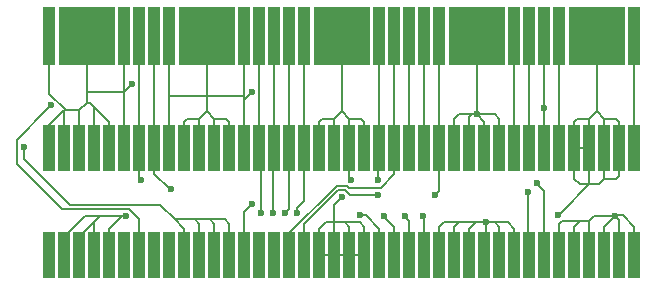
<source format=gbr>
G04 #@! TF.FileFunction,Copper,L1,Top,Signal*
%FSLAX46Y46*%
G04 Gerber Fmt 4.6, Leading zero omitted, Abs format (unit mm)*
G04 Created by KiCad (PCBNEW 4.0.7) date Sun Dec  3 23:41:54 2017*
%MOMM*%
%LPD*%
G01*
G04 APERTURE LIST*
%ADD10C,0.100000*%
%ADD11R,4.810000X5.000000*%
%ADD12R,1.000000X5.000000*%
%ADD13R,1.020000X4.000000*%
%ADD14C,0.600000*%
%ADD15C,0.200000*%
G04 APERTURE END LIST*
D10*
D11*
X172466000Y-89916000D03*
X162306000Y-89916000D03*
X150876000Y-89916000D03*
D12*
X175641000Y-89916000D03*
X169291000Y-89916000D03*
X168021000Y-89916000D03*
X166751000Y-89916000D03*
X165481000Y-89916000D03*
X159131000Y-89916000D03*
X157861000Y-89916000D03*
X156591000Y-89916000D03*
X155321000Y-89916000D03*
X154051000Y-89916000D03*
X147701000Y-89916000D03*
X146431000Y-89916000D03*
X145161000Y-89916000D03*
X143891000Y-89916000D03*
X135001000Y-89916000D03*
X133731000Y-89916000D03*
X142621000Y-89916000D03*
D11*
X139446000Y-89916000D03*
D12*
X136271000Y-89916000D03*
X132461000Y-89916000D03*
D11*
X129286000Y-89916000D03*
D12*
X126111000Y-89916000D03*
D13*
X126111000Y-99386000D03*
X127381000Y-99386000D03*
X128651000Y-99386000D03*
X129921000Y-99386000D03*
X131191000Y-99386000D03*
X132461000Y-99386000D03*
X133731000Y-99386000D03*
X135001000Y-99386000D03*
X136271000Y-99386000D03*
X137541000Y-99386000D03*
X138811000Y-99386000D03*
X140081000Y-99386000D03*
X141351000Y-99386000D03*
X142621000Y-99386000D03*
X143891000Y-99386000D03*
X145161000Y-99386000D03*
X146431000Y-99386000D03*
X147701000Y-99386000D03*
X148971000Y-99386000D03*
X150241000Y-99386000D03*
X151511000Y-99386000D03*
X152781000Y-99386000D03*
X154051000Y-99386000D03*
X155321000Y-99386000D03*
X156591000Y-99386000D03*
X157861000Y-99386000D03*
X159131000Y-99386000D03*
X160401000Y-99386000D03*
X161671000Y-99386000D03*
X162941000Y-99386000D03*
X164211000Y-99386000D03*
X165481000Y-99386000D03*
X166751000Y-99386000D03*
X168021000Y-99386000D03*
X169291000Y-99386000D03*
X170561000Y-99386000D03*
X171831000Y-99386000D03*
X173101000Y-99386000D03*
X174371000Y-99386000D03*
X175641000Y-99386000D03*
X175641000Y-108386000D03*
X174371000Y-108386000D03*
X173101000Y-108386000D03*
X171831000Y-108386000D03*
X170561000Y-108386000D03*
X169291000Y-108386000D03*
X168021000Y-108386000D03*
X166751000Y-108386000D03*
X165481000Y-108386000D03*
X164211000Y-108386000D03*
X162941000Y-108386000D03*
X161671000Y-108386000D03*
X160401000Y-108386000D03*
X159131000Y-108386000D03*
X157861000Y-108386000D03*
X156591000Y-108386000D03*
X155321000Y-108386000D03*
X154051000Y-108386000D03*
X152781000Y-108386000D03*
X151511000Y-108386000D03*
X150241000Y-108386000D03*
X148971000Y-108386000D03*
X147701000Y-108386000D03*
X146431000Y-108386000D03*
X145161000Y-108386000D03*
X143891000Y-108386000D03*
X142621000Y-108386000D03*
X141351000Y-108386000D03*
X140081000Y-108386000D03*
X138811000Y-108386000D03*
X137541000Y-108386000D03*
X136271000Y-108386000D03*
X135001000Y-108386000D03*
X133731000Y-108386000D03*
X132461000Y-108386000D03*
X131191000Y-108386000D03*
X129921000Y-108386000D03*
X128651000Y-108386000D03*
X127381000Y-108386000D03*
X126111000Y-108386000D03*
D14*
X169199854Y-105046198D03*
X132588000Y-105156000D03*
X162306000Y-96520000D03*
X123952000Y-99314000D03*
X151678228Y-102051629D03*
X150876000Y-103540042D03*
X126238000Y-95758000D03*
X168021000Y-96012000D03*
X143256000Y-104140052D03*
X158750000Y-103378000D03*
X153924000Y-102108000D03*
X153924000Y-103378000D03*
X152416019Y-105064203D03*
X147066000Y-104902000D03*
X154432000Y-105155994D03*
X146050000Y-104902000D03*
X156210000Y-105156000D03*
X145034000Y-104902000D03*
X157734012Y-105156000D03*
X144018000Y-104902000D03*
X166624000Y-103124000D03*
X136398000Y-102870000D03*
X133858000Y-102108000D03*
X167385994Y-102362000D03*
X163068000Y-105664000D03*
X143256000Y-94649990D03*
X173990006Y-105156000D03*
X133096000Y-93980000D03*
D15*
X174117000Y-96901000D02*
X174371000Y-97155000D01*
X174371000Y-97155000D02*
X174371000Y-99386000D01*
X173101000Y-96901000D02*
X174117000Y-96901000D01*
X170815000Y-96901000D02*
X170561000Y-97155000D01*
X170561000Y-97155000D02*
X170561000Y-99386000D01*
X171831000Y-96901000D02*
X170815000Y-96901000D01*
X172466000Y-96266000D02*
X171831000Y-96901000D01*
X171831000Y-96901000D02*
X171831000Y-99386000D01*
X172466000Y-96266000D02*
X173101000Y-96901000D01*
X173101000Y-96901000D02*
X173101000Y-99386000D01*
X172466000Y-89916000D02*
X172466000Y-96266000D01*
X170995052Y-102415052D02*
X170561000Y-101981000D01*
X170561000Y-101981000D02*
X170561000Y-99386000D01*
X171831000Y-102415052D02*
X170995052Y-102415052D01*
X174117000Y-101981000D02*
X174371000Y-101727000D01*
X174371000Y-101727000D02*
X174371000Y-99386000D01*
X173101000Y-101981000D02*
X174117000Y-101981000D01*
X172666948Y-102415052D02*
X173101000Y-101981000D01*
X173101000Y-101981000D02*
X173101000Y-99386000D01*
X171831000Y-102415052D02*
X172666948Y-102415052D01*
X171831000Y-102415052D02*
X169499853Y-104746199D01*
X171831000Y-99386000D02*
X171831000Y-102415052D01*
X169499853Y-104746199D02*
X169199854Y-105046198D01*
X132588000Y-105156000D02*
X129121000Y-105156000D01*
X129121000Y-105156000D02*
X127381000Y-106896000D01*
X127381000Y-106896000D02*
X127381000Y-108386000D01*
X132588000Y-105156000D02*
X130391000Y-105156000D01*
X130391000Y-105156000D02*
X128651000Y-106896000D01*
X128651000Y-106896000D02*
X128651000Y-108386000D01*
X130391000Y-105156000D02*
X129921000Y-105626000D01*
X129921000Y-105626000D02*
X129921000Y-106186000D01*
X129921000Y-106186000D02*
X129921000Y-108386000D01*
X132221000Y-105156000D02*
X132588000Y-105156000D01*
X131191000Y-106186000D02*
X132221000Y-105156000D01*
X131191000Y-108386000D02*
X131191000Y-106186000D01*
X171271000Y-99386000D02*
X170561000Y-99386000D01*
X160782000Y-96520000D02*
X160401000Y-96901000D01*
X160401000Y-96901000D02*
X160401000Y-99386000D01*
X162306000Y-96520000D02*
X160782000Y-96520000D01*
X162306000Y-96520000D02*
X161881736Y-96520000D01*
X161881736Y-96520000D02*
X161671000Y-96730736D01*
X161671000Y-96730736D02*
X161671000Y-97186000D01*
X161671000Y-97186000D02*
X161671000Y-99386000D01*
X162306000Y-96520000D02*
X162941000Y-97155000D01*
X162941000Y-97155000D02*
X162941000Y-99386000D01*
X162306000Y-96520000D02*
X163830000Y-96520000D01*
X163830000Y-96520000D02*
X164211000Y-96901000D01*
X164211000Y-96901000D02*
X164211000Y-99386000D01*
X140970000Y-105410000D02*
X141351000Y-105791000D01*
X141351000Y-105791000D02*
X141351000Y-108386000D01*
X139700000Y-105410000D02*
X140970000Y-105410000D01*
X139700000Y-105410000D02*
X140081000Y-105791000D01*
X140081000Y-105791000D02*
X140081000Y-108386000D01*
X138430000Y-105410000D02*
X139700000Y-105410000D01*
X136765000Y-105410000D02*
X138430000Y-105410000D01*
X138430000Y-105410000D02*
X138811000Y-105791000D01*
X138811000Y-105791000D02*
X138811000Y-108386000D01*
X136765000Y-105410000D02*
X135510988Y-104155988D01*
X137541000Y-106186000D02*
X136765000Y-105410000D01*
X137541000Y-108386000D02*
X137541000Y-106186000D01*
X123952000Y-100277002D02*
X123952000Y-99738264D01*
X127830986Y-104155988D02*
X123952000Y-100277002D01*
X123952000Y-99738264D02*
X123952000Y-99314000D01*
X135510988Y-104155988D02*
X127830986Y-104155988D01*
X162306000Y-89916000D02*
X162306000Y-96520000D01*
X152527000Y-96901000D02*
X152781000Y-97155000D01*
X152781000Y-97155000D02*
X152781000Y-99386000D01*
X151511000Y-96901000D02*
X152527000Y-96901000D01*
X150876000Y-96266000D02*
X151511000Y-96901000D01*
X151511000Y-96901000D02*
X151511000Y-99386000D01*
X149225000Y-96901000D02*
X148971000Y-97155000D01*
X148971000Y-97155000D02*
X148971000Y-99386000D01*
X150241000Y-96901000D02*
X149225000Y-96901000D01*
X150876000Y-96266000D02*
X150241000Y-96901000D01*
X150241000Y-96901000D02*
X150241000Y-99386000D01*
X150876000Y-89916000D02*
X150876000Y-96266000D01*
X151130000Y-105664000D02*
X152400000Y-105664000D01*
X152400000Y-105664000D02*
X152781000Y-106045000D01*
X152781000Y-106045000D02*
X152781000Y-108386000D01*
X151130000Y-105664000D02*
X151511000Y-106045000D01*
X151511000Y-106045000D02*
X151511000Y-108386000D01*
X150241000Y-105664000D02*
X151130000Y-105664000D01*
X150241000Y-105664000D02*
X149493000Y-105664000D01*
X149493000Y-105664000D02*
X148971000Y-106186000D01*
X148971000Y-106186000D02*
X148971000Y-108386000D01*
X150241000Y-105664000D02*
X150241000Y-104175042D01*
X150241000Y-108386000D02*
X150241000Y-105664000D01*
X151511000Y-101884401D02*
X151678228Y-102051629D01*
X150576001Y-103840041D02*
X150876000Y-103540042D01*
X151511000Y-99386000D02*
X151511000Y-101884401D01*
X150241000Y-104175042D02*
X150576001Y-103840041D01*
X148971000Y-108386000D02*
X152781000Y-108386000D01*
X175641000Y-89916000D02*
X175641000Y-92616000D01*
X175641000Y-92616000D02*
X175641000Y-99386000D01*
X169291000Y-89916000D02*
X169291000Y-99386000D01*
X125938001Y-96057999D02*
X126238000Y-95758000D01*
X123351998Y-98644002D02*
X125938001Y-96057999D01*
X123351998Y-100745998D02*
X123351998Y-98644002D01*
X127161999Y-104555999D02*
X123351998Y-100745998D01*
X132876002Y-104555998D02*
X127161999Y-104555999D01*
X133731000Y-105410996D02*
X132876002Y-104555998D01*
X133731000Y-108386000D02*
X133731000Y-105410996D01*
X168021000Y-89916000D02*
X168021000Y-96012000D01*
X168021000Y-96012000D02*
X168021000Y-99386000D01*
X166751000Y-89916000D02*
X166751000Y-99386000D01*
X165481000Y-89916000D02*
X165481000Y-99386000D01*
X142956001Y-104440051D02*
X143256000Y-104140052D01*
X142621000Y-104775052D02*
X142956001Y-104440051D01*
X142621000Y-108386000D02*
X142621000Y-104775052D01*
X158750000Y-103378000D02*
X159131000Y-102997000D01*
X159131000Y-102997000D02*
X159131000Y-99386000D01*
X159131000Y-89916000D02*
X159131000Y-92616000D01*
X159131000Y-92616000D02*
X159131000Y-99386000D01*
X157861000Y-89916000D02*
X157861000Y-99386000D01*
X156591000Y-89916000D02*
X156591000Y-92616000D01*
X156591000Y-92616000D02*
X156591000Y-99386000D01*
X146431000Y-106531338D02*
X150422309Y-102540029D01*
X155321000Y-101586000D02*
X155321000Y-99386000D01*
X150422309Y-102540029D02*
X151329691Y-102540029D01*
X151329691Y-102540029D02*
X151497663Y-102708001D01*
X154198999Y-102708001D02*
X155321000Y-101586000D01*
X146431000Y-108386000D02*
X146431000Y-106531338D01*
X151497663Y-102708001D02*
X154198999Y-102708001D01*
X155321000Y-89916000D02*
X155321000Y-99386000D01*
X151601962Y-103378000D02*
X153499736Y-103378000D01*
X153499736Y-103378000D02*
X153924000Y-103378000D01*
X150587998Y-102940040D02*
X151164002Y-102940040D01*
X147701000Y-108386000D02*
X147701000Y-105827038D01*
X147701000Y-105827038D02*
X150587998Y-102940040D01*
X151164002Y-102940040D02*
X151601962Y-103378000D01*
X153924000Y-102108000D02*
X153924000Y-99513000D01*
X153924000Y-99513000D02*
X154051000Y-99386000D01*
X154051000Y-89916000D02*
X154051000Y-92616000D01*
X154051000Y-92616000D02*
X154051000Y-99386000D01*
X152840283Y-105064203D02*
X152416019Y-105064203D01*
X152929203Y-105064203D02*
X152840283Y-105064203D01*
X154051000Y-106186000D02*
X152929203Y-105064203D01*
X154051000Y-108386000D02*
X154051000Y-106186000D01*
X147066000Y-104902000D02*
X147066000Y-104477736D01*
X147066000Y-104477736D02*
X147701000Y-103842736D01*
X147701000Y-103842736D02*
X147701000Y-101586000D01*
X147701000Y-101586000D02*
X147701000Y-99386000D01*
X147701000Y-89916000D02*
X147701000Y-99386000D01*
X154731999Y-105455993D02*
X154432000Y-105155994D01*
X155321000Y-106044994D02*
X154731999Y-105455993D01*
X155321000Y-108386000D02*
X155321000Y-106044994D01*
X146050000Y-104902000D02*
X146431000Y-104521000D01*
X146431000Y-104521000D02*
X146431000Y-99386000D01*
X146431000Y-89916000D02*
X146431000Y-92616000D01*
X146431000Y-92616000D02*
X146431000Y-99386000D01*
X156509999Y-105455999D02*
X156210000Y-105156000D01*
X156591000Y-105537000D02*
X156509999Y-105455999D01*
X156591000Y-108386000D02*
X156591000Y-105537000D01*
X145034000Y-104902000D02*
X145034000Y-99513000D01*
X145034000Y-99513000D02*
X145161000Y-99386000D01*
X145161000Y-89916000D02*
X145161000Y-99386000D01*
X157861000Y-105282988D02*
X157734012Y-105156000D01*
X157861000Y-108386000D02*
X157861000Y-105282988D01*
X144018000Y-104902000D02*
X144018000Y-99513000D01*
X144018000Y-99513000D02*
X143891000Y-99386000D01*
X143891000Y-89916000D02*
X143891000Y-99386000D01*
X166624000Y-103124000D02*
X166624000Y-108259000D01*
X166624000Y-108259000D02*
X166751000Y-108386000D01*
X135001000Y-99386000D02*
X135001000Y-101586000D01*
X135001000Y-101586000D02*
X136285000Y-102870000D01*
X136285000Y-102870000D02*
X136398000Y-102870000D01*
X135001000Y-89916000D02*
X135001000Y-99386000D01*
X133731000Y-99386000D02*
X133731000Y-101981000D01*
X133731000Y-101981000D02*
X133858000Y-102108000D01*
X168021000Y-108386000D02*
X168021000Y-102997006D01*
X167685993Y-102661999D02*
X167385994Y-102362000D01*
X168021000Y-102997006D02*
X167685993Y-102661999D01*
X133731000Y-89916000D02*
X133731000Y-92616000D01*
X133731000Y-92616000D02*
X133731000Y-99386000D01*
X136271000Y-89916000D02*
X136271000Y-94996000D01*
X136271000Y-94996000D02*
X136271000Y-99386000D01*
X139446000Y-94996000D02*
X136271000Y-94996000D01*
X142621000Y-94996000D02*
X142621000Y-99386000D01*
X142621000Y-92616000D02*
X142621000Y-94996000D01*
X139446000Y-89916000D02*
X139446000Y-94996000D01*
X142621000Y-94996000D02*
X139446000Y-94996000D01*
X139446000Y-94996000D02*
X139446000Y-96266000D01*
X140081000Y-96901000D02*
X141066000Y-96901000D01*
X141066000Y-96901000D02*
X141351000Y-97186000D01*
X141351000Y-97186000D02*
X141351000Y-99386000D01*
X137795000Y-96901000D02*
X137541000Y-97155000D01*
X137541000Y-97155000D02*
X137541000Y-99386000D01*
X138811000Y-96901000D02*
X137795000Y-96901000D01*
X139446000Y-96266000D02*
X138811000Y-96901000D01*
X138811000Y-96901000D02*
X138811000Y-99386000D01*
X139446000Y-96266000D02*
X140081000Y-96901000D01*
X140081000Y-96901000D02*
X140081000Y-99386000D01*
X159512000Y-105664000D02*
X159131000Y-106045000D01*
X159131000Y-106045000D02*
X159131000Y-108386000D01*
X160782000Y-105664000D02*
X159512000Y-105664000D01*
X160782000Y-105664000D02*
X160401000Y-106045000D01*
X160401000Y-106045000D02*
X160401000Y-108386000D01*
X162306000Y-105664000D02*
X162193000Y-105664000D01*
X163068000Y-105664000D02*
X162306000Y-105664000D01*
X162306000Y-105664000D02*
X160782000Y-105664000D01*
X162193000Y-105664000D02*
X161671000Y-106186000D01*
X161671000Y-106186000D02*
X161671000Y-108386000D01*
X163830000Y-105664000D02*
X164959000Y-105664000D01*
X164959000Y-105664000D02*
X165481000Y-106186000D01*
X165481000Y-106186000D02*
X165481000Y-108386000D01*
X163068000Y-105664000D02*
X163830000Y-105664000D01*
X163830000Y-105664000D02*
X164211000Y-106045000D01*
X164211000Y-106045000D02*
X164211000Y-108386000D01*
X163068000Y-105664000D02*
X163068000Y-108259000D01*
X163068000Y-108259000D02*
X162941000Y-108386000D01*
X142621000Y-95284990D02*
X142956001Y-94949989D01*
X142956001Y-94949989D02*
X143256000Y-94649990D01*
X142621000Y-99386000D02*
X142621000Y-95284990D01*
X164211000Y-108386000D02*
X164211000Y-109876000D01*
X142621000Y-89916000D02*
X142621000Y-92616000D01*
X138811000Y-98826000D02*
X138811000Y-99386000D01*
X127381000Y-96170000D02*
X127508000Y-96170000D01*
X126111000Y-89916000D02*
X126111000Y-94773000D01*
X127508000Y-96170000D02*
X128651000Y-96170000D01*
X126111000Y-94773000D02*
X127508000Y-96170000D01*
X129286000Y-89916000D02*
X129286000Y-94742000D01*
X129286000Y-94742000D02*
X129286000Y-95535000D01*
X132461000Y-94615000D02*
X129413000Y-94615000D01*
X129413000Y-94615000D02*
X129286000Y-94742000D01*
X129286000Y-95535000D02*
X129571000Y-95535000D01*
X129571000Y-95535000D02*
X129921000Y-95885000D01*
X131191000Y-99386000D02*
X131191000Y-97155000D01*
X131191000Y-97155000D02*
X129921000Y-95885000D01*
X129921000Y-95885000D02*
X129921000Y-99386000D01*
X129286000Y-95535000D02*
X128651000Y-96170000D01*
X128651000Y-96170000D02*
X128651000Y-99386000D01*
X127381000Y-96170000D02*
X127285000Y-96266000D01*
X127285000Y-96266000D02*
X127254000Y-96266000D01*
X127254000Y-96266000D02*
X126111000Y-97409000D01*
X126111000Y-97409000D02*
X126111000Y-99386000D01*
X127381000Y-96170000D02*
X127381000Y-99386000D01*
X132461000Y-92616000D02*
X132461000Y-93980000D01*
X132461000Y-93980000D02*
X132461000Y-99386000D01*
X169545000Y-105537000D02*
X169291000Y-105791000D01*
X169291000Y-105791000D02*
X169291000Y-108386000D01*
X171069000Y-105537000D02*
X169545000Y-105537000D01*
X171831000Y-105537000D02*
X171069000Y-105537000D01*
X171069000Y-105537000D02*
X170561000Y-106045000D01*
X170561000Y-106045000D02*
X170561000Y-108386000D01*
X173990006Y-105156000D02*
X172212000Y-105156000D01*
X172212000Y-105156000D02*
X171831000Y-105537000D01*
X171831000Y-105537000D02*
X171831000Y-108386000D01*
X173101000Y-106045006D02*
X173690007Y-105455999D01*
X173101000Y-108386000D02*
X173101000Y-106045006D01*
X173990000Y-105072264D02*
X173990000Y-105155994D01*
X173990000Y-105155994D02*
X173990006Y-105156000D01*
X173690007Y-105455999D02*
X173990006Y-105156000D01*
X173990000Y-105072264D02*
X174371000Y-105453264D01*
X174371000Y-105453264D02*
X174371000Y-108386000D01*
X175641000Y-108386000D02*
X175641000Y-106045000D01*
X175641000Y-106045000D02*
X174668264Y-105072264D01*
X174668264Y-105072264D02*
X173990000Y-105072264D01*
X126111000Y-97896000D02*
X126111000Y-99386000D01*
X132796001Y-94279999D02*
X133096000Y-93980000D01*
X132461000Y-94615000D02*
X132796001Y-94279999D01*
X132461000Y-99386000D02*
X132461000Y-94615000D01*
X132461000Y-89916000D02*
X132461000Y-92616000D01*
M02*

</source>
